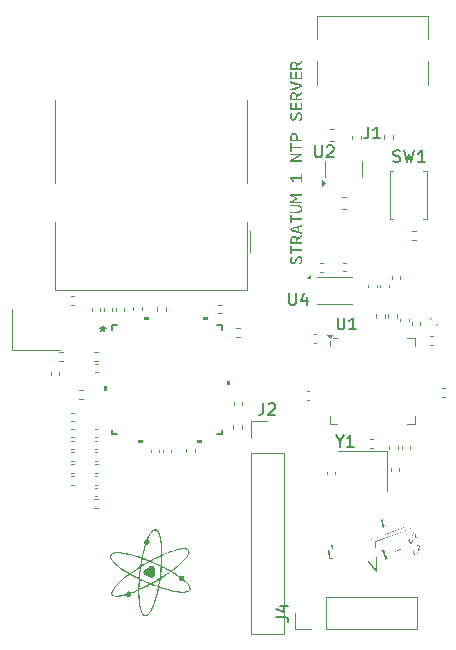
<source format=gbr>
%TF.GenerationSoftware,KiCad,Pcbnew,9.0.7*%
%TF.CreationDate,2026-01-11T23:40:51+05:30*%
%TF.ProjectId,ntp-devboard,6e74702d-6465-4766-926f-6172642e6b69,rev?*%
%TF.SameCoordinates,Original*%
%TF.FileFunction,Legend,Top*%
%TF.FilePolarity,Positive*%
%FSLAX46Y46*%
G04 Gerber Fmt 4.6, Leading zero omitted, Abs format (unit mm)*
G04 Created by KiCad (PCBNEW 9.0.7) date 2026-01-11 23:40:51*
%MOMM*%
%LPD*%
G01*
G04 APERTURE LIST*
%ADD10C,0.100000*%
%ADD11C,0.150000*%
%ADD12C,0.120000*%
%ADD13C,0.152400*%
%ADD14C,0.000000*%
G04 APERTURE END LIST*
D10*
G36*
X147301222Y-101730024D02*
G01*
X147206029Y-101641791D01*
X147255798Y-101577380D01*
X147293529Y-101503916D01*
X147317208Y-101425194D01*
X147324975Y-101346379D01*
X147319982Y-101281110D01*
X147306272Y-101229262D01*
X147285102Y-101188171D01*
X147254819Y-101155105D01*
X147219273Y-101135942D01*
X147176598Y-101129370D01*
X147148924Y-101132831D01*
X147124478Y-101142988D01*
X147102409Y-101160205D01*
X147074020Y-101194470D01*
X147047088Y-101240683D01*
X147000193Y-101350593D01*
X146951222Y-101471004D01*
X146922206Y-101529123D01*
X146889612Y-101580914D01*
X146850998Y-101626189D01*
X146806325Y-101661453D01*
X146772871Y-101678173D01*
X146734265Y-101688576D01*
X146689394Y-101692227D01*
X146645510Y-101688587D01*
X146606136Y-101678024D01*
X146570448Y-101660720D01*
X146522930Y-101624417D01*
X146483620Y-101578105D01*
X146453003Y-101524799D01*
X146431107Y-101466791D01*
X146417842Y-101406827D01*
X146413583Y-101350593D01*
X146417731Y-101287891D01*
X146430082Y-101227417D01*
X146450708Y-101168632D01*
X146479099Y-101113261D01*
X146514238Y-101063971D01*
X146556404Y-101020193D01*
X146641828Y-101112578D01*
X146592706Y-101171622D01*
X146563426Y-101225296D01*
X146546843Y-101283039D01*
X146541017Y-101350593D01*
X146545313Y-101396531D01*
X146558541Y-101443710D01*
X146580122Y-101487342D01*
X146608916Y-101522845D01*
X146632428Y-101540870D01*
X146658042Y-101551443D01*
X146686585Y-101555024D01*
X146715238Y-101551561D01*
X146740645Y-101541407D01*
X146763644Y-101524249D01*
X146793218Y-101489746D01*
X146821041Y-101443039D01*
X146870012Y-101332397D01*
X146920448Y-101212718D01*
X146949198Y-101155021D01*
X146981325Y-101102808D01*
X147019286Y-101056929D01*
X147063208Y-101021598D01*
X147096160Y-101004804D01*
X147133625Y-100994438D01*
X147176598Y-100990823D01*
X147237061Y-100996806D01*
X147289590Y-101014039D01*
X147335820Y-101042306D01*
X147376816Y-101082536D01*
X147408027Y-101129788D01*
X147431621Y-101187934D01*
X147446892Y-101259221D01*
X147452409Y-101346379D01*
X147447539Y-101420176D01*
X147433078Y-101490910D01*
X147408995Y-101559237D01*
X147376893Y-101624481D01*
X147340936Y-101681127D01*
X147301222Y-101730024D01*
G37*
G36*
X147430000Y-100567062D02*
G01*
X146559213Y-100567062D01*
X146559213Y-100862473D01*
X146435992Y-100862473D01*
X146435992Y-100134446D01*
X146559213Y-100134446D01*
X146559213Y-100429858D01*
X147430000Y-100429858D01*
X147430000Y-100567062D01*
G37*
G36*
X147430000Y-99402695D02*
G01*
X147035181Y-99664523D01*
X147035181Y-99836714D01*
X147430000Y-99836714D01*
X147430000Y-99973918D01*
X146435992Y-99973918D01*
X146435992Y-99619705D01*
X146559213Y-99619705D01*
X146559213Y-99836714D01*
X146912021Y-99836714D01*
X146912021Y-99619705D01*
X146905681Y-99555310D01*
X146888614Y-99507682D01*
X146862318Y-99472732D01*
X146826688Y-99446564D01*
X146785030Y-99430660D01*
X146735617Y-99425104D01*
X146679686Y-99430969D01*
X146637120Y-99447001D01*
X146604746Y-99472199D01*
X146580766Y-99507438D01*
X146565059Y-99555300D01*
X146559213Y-99619705D01*
X146435992Y-99619705D01*
X146441869Y-99533061D01*
X146457896Y-99464784D01*
X146482324Y-99411323D01*
X146514394Y-99369844D01*
X146555809Y-99336372D01*
X146605315Y-99311803D01*
X146664537Y-99296252D01*
X146735617Y-99290710D01*
X146810286Y-99297486D01*
X146872969Y-99316660D01*
X146926004Y-99347435D01*
X146959519Y-99378220D01*
X146987256Y-99416251D01*
X147009342Y-99462635D01*
X147025411Y-99518893D01*
X147416017Y-99252913D01*
X147430000Y-99252913D01*
X147430000Y-99402695D01*
G37*
G36*
X147430000Y-98523970D02*
G01*
X147308916Y-98551936D01*
X147191985Y-98578558D01*
X147191985Y-98948159D01*
X147308916Y-98974781D01*
X147430000Y-99002747D01*
X147430000Y-99144164D01*
X147120155Y-99069527D01*
X146862318Y-98997130D01*
X146697231Y-98943093D01*
X146555947Y-98889361D01*
X146435992Y-98836174D01*
X146435992Y-98763328D01*
X146571791Y-98763328D01*
X146679579Y-98803541D01*
X146801441Y-98843135D01*
X147068825Y-98917323D01*
X147068825Y-98609333D01*
X146801441Y-98683522D01*
X146679579Y-98723115D01*
X146571791Y-98763328D01*
X146435992Y-98763328D01*
X146435992Y-98690544D01*
X146556025Y-98636642D01*
X146697308Y-98582649D01*
X146862318Y-98528855D01*
X147120151Y-98456967D01*
X147430000Y-98382554D01*
X147430000Y-98523970D01*
G37*
G36*
X147430000Y-97964410D02*
G01*
X146559213Y-97964410D01*
X146559213Y-98259822D01*
X146435992Y-98259822D01*
X146435992Y-97531795D01*
X146559213Y-97531795D01*
X146559213Y-97827206D01*
X147430000Y-97827206D01*
X147430000Y-97964410D01*
G37*
G36*
X146435992Y-96811217D02*
G01*
X146435992Y-96671266D01*
X147042203Y-96671266D01*
X147119337Y-96675245D01*
X147183813Y-96686319D01*
X147237536Y-96703445D01*
X147288234Y-96728050D01*
X147329828Y-96756314D01*
X147363504Y-96788136D01*
X147403996Y-96843709D01*
X147430671Y-96903663D01*
X147446009Y-96966819D01*
X147451004Y-97028227D01*
X147446010Y-97089643D01*
X147430671Y-97152852D01*
X147403996Y-97212807D01*
X147363504Y-97268379D01*
X147329834Y-97300169D01*
X147288241Y-97328434D01*
X147237536Y-97353070D01*
X147183813Y-97370196D01*
X147119337Y-97381270D01*
X147042203Y-97385249D01*
X146435992Y-97385249D01*
X146435992Y-97245237D01*
X147042203Y-97245237D01*
X147106215Y-97241430D01*
X147157499Y-97231011D01*
X147198335Y-97215134D01*
X147235443Y-97192170D01*
X147264241Y-97165627D01*
X147285835Y-97135327D01*
X147306799Y-97083743D01*
X147313801Y-97028227D01*
X147306799Y-96972711D01*
X147285835Y-96921127D01*
X147264241Y-96890827D01*
X147235443Y-96864284D01*
X147198335Y-96841320D01*
X147157499Y-96825443D01*
X147106215Y-96815024D01*
X147042203Y-96811217D01*
X146435992Y-96811217D01*
G37*
G36*
X146435992Y-96548473D02*
G01*
X146435992Y-96393073D01*
X146552180Y-96330475D01*
X146672602Y-96270647D01*
X146795726Y-96214279D01*
X146923196Y-96160676D01*
X146795725Y-96107134D01*
X146672602Y-96050828D01*
X146552180Y-95990939D01*
X146435992Y-95928279D01*
X146435992Y-95772880D01*
X147430000Y-95772880D01*
X147430000Y-95910083D01*
X146661428Y-95910083D01*
X146859509Y-96010223D01*
X147066017Y-96103279D01*
X147066017Y-96218073D01*
X146859509Y-96311191D01*
X146661428Y-96411270D01*
X147430000Y-96411270D01*
X147430000Y-96548473D01*
X146435992Y-96548473D01*
G37*
G36*
X147430000Y-94732222D02*
G01*
X147306779Y-94732222D01*
X147306779Y-94474607D01*
X146658620Y-94474607D01*
X146698082Y-94538356D01*
X146729820Y-94608116D01*
X146753813Y-94684595D01*
X146626379Y-94741992D01*
X146600663Y-94659439D01*
X146557808Y-94574685D01*
X146521055Y-94521967D01*
X146480495Y-94478153D01*
X146435992Y-94442367D01*
X146435992Y-94334595D01*
X147306779Y-94334595D01*
X147306779Y-94097984D01*
X147430000Y-94097984D01*
X147430000Y-94732222D01*
G37*
G36*
X146435992Y-93046092D02*
G01*
X146435992Y-92876709D01*
X147191985Y-92472121D01*
X146435992Y-92472121D01*
X146435992Y-92334918D01*
X147430000Y-92334918D01*
X147430000Y-92498682D01*
X146671198Y-92908888D01*
X147430000Y-92908888D01*
X147430000Y-93046092D01*
X146435992Y-93046092D01*
G37*
G36*
X147430000Y-91891556D02*
G01*
X146559213Y-91891556D01*
X146559213Y-92186967D01*
X146435992Y-92186967D01*
X146435992Y-91458941D01*
X146559213Y-91458941D01*
X146559213Y-91754352D01*
X147430000Y-91754352D01*
X147430000Y-91891556D01*
G37*
G36*
X146820389Y-90596946D02*
G01*
X146880905Y-90612716D01*
X146932936Y-90637925D01*
X146977845Y-90672601D01*
X147013325Y-90715598D01*
X147039858Y-90769496D01*
X147056994Y-90836713D01*
X147063208Y-90920385D01*
X147063208Y-91165422D01*
X147430000Y-91165422D01*
X147430000Y-91302564D01*
X146435992Y-91302564D01*
X146435992Y-90920385D01*
X146559213Y-90920385D01*
X146559213Y-91165422D01*
X146939987Y-91165422D01*
X146939987Y-90920385D01*
X146933131Y-90856435D01*
X146914520Y-90808774D01*
X146885399Y-90773412D01*
X146846667Y-90747263D01*
X146801947Y-90731336D01*
X146749600Y-90725785D01*
X146693537Y-90731525D01*
X146648098Y-90747614D01*
X146610992Y-90773412D01*
X146583501Y-90808538D01*
X146565775Y-90856180D01*
X146559213Y-90920385D01*
X146435992Y-90920385D01*
X146442305Y-90834305D01*
X146459593Y-90766184D01*
X146486150Y-90712499D01*
X146521416Y-90670525D01*
X146566166Y-90636816D01*
X146618130Y-90612236D01*
X146678680Y-90596826D01*
X146749600Y-90591390D01*
X146820389Y-90596946D01*
G37*
G36*
X147301222Y-89584316D02*
G01*
X147206029Y-89496083D01*
X147255798Y-89431671D01*
X147293529Y-89358208D01*
X147317208Y-89279486D01*
X147324975Y-89200671D01*
X147319982Y-89135402D01*
X147306272Y-89083553D01*
X147285102Y-89042463D01*
X147254819Y-89009396D01*
X147219273Y-88990234D01*
X147176598Y-88983661D01*
X147148924Y-88987123D01*
X147124478Y-88997279D01*
X147102409Y-89014497D01*
X147074020Y-89048761D01*
X147047088Y-89094975D01*
X147000193Y-89204884D01*
X146951222Y-89325296D01*
X146922206Y-89383415D01*
X146889612Y-89435205D01*
X146850998Y-89480480D01*
X146806325Y-89515744D01*
X146772871Y-89532464D01*
X146734265Y-89542867D01*
X146689394Y-89546519D01*
X146645510Y-89542879D01*
X146606136Y-89532315D01*
X146570448Y-89515012D01*
X146522930Y-89478708D01*
X146483620Y-89432397D01*
X146453003Y-89379091D01*
X146431107Y-89321083D01*
X146417842Y-89261118D01*
X146413583Y-89204884D01*
X146417731Y-89142183D01*
X146430082Y-89081708D01*
X146450708Y-89022923D01*
X146479099Y-88967553D01*
X146514238Y-88918263D01*
X146556404Y-88874485D01*
X146641828Y-88966870D01*
X146592706Y-89025913D01*
X146563426Y-89079588D01*
X146546843Y-89137331D01*
X146541017Y-89204884D01*
X146545313Y-89250822D01*
X146558541Y-89298002D01*
X146580122Y-89341633D01*
X146608916Y-89377137D01*
X146632428Y-89395162D01*
X146658042Y-89405735D01*
X146686585Y-89409316D01*
X146715238Y-89405853D01*
X146740645Y-89395699D01*
X146763644Y-89378541D01*
X146793218Y-89344037D01*
X146821041Y-89297330D01*
X146870012Y-89186688D01*
X146920448Y-89067009D01*
X146949198Y-89009313D01*
X146981325Y-88957100D01*
X147019286Y-88911220D01*
X147063208Y-88875889D01*
X147096160Y-88859095D01*
X147133625Y-88848729D01*
X147176598Y-88845115D01*
X147237061Y-88851098D01*
X147289590Y-88868331D01*
X147335820Y-88896598D01*
X147376816Y-88936828D01*
X147408027Y-88984080D01*
X147431621Y-89042226D01*
X147446892Y-89113513D01*
X147452409Y-89200671D01*
X147447539Y-89274467D01*
X147433078Y-89345202D01*
X147408995Y-89413529D01*
X147376893Y-89478772D01*
X147340936Y-89535419D01*
X147301222Y-89584316D01*
G37*
G36*
X147430000Y-88660711D02*
G01*
X146435992Y-88660711D01*
X146435992Y-88034961D01*
X146559213Y-88034961D01*
X146559213Y-88522165D01*
X146850411Y-88522165D01*
X146850411Y-88068545D01*
X146973571Y-88068545D01*
X146973571Y-88522165D01*
X147306779Y-88522165D01*
X147306779Y-88023726D01*
X147430000Y-88023726D01*
X147430000Y-88660711D01*
G37*
G36*
X147430000Y-87256987D02*
G01*
X147035181Y-87518815D01*
X147035181Y-87691006D01*
X147430000Y-87691006D01*
X147430000Y-87828210D01*
X146435992Y-87828210D01*
X146435992Y-87473996D01*
X146559213Y-87473996D01*
X146559213Y-87691006D01*
X146912021Y-87691006D01*
X146912021Y-87473996D01*
X146905681Y-87409602D01*
X146888614Y-87361973D01*
X146862318Y-87327023D01*
X146826688Y-87300855D01*
X146785030Y-87284952D01*
X146735617Y-87279396D01*
X146679686Y-87285260D01*
X146637120Y-87301292D01*
X146604746Y-87326491D01*
X146580766Y-87361730D01*
X146565059Y-87409592D01*
X146559213Y-87473996D01*
X146435992Y-87473996D01*
X146441869Y-87387352D01*
X146457896Y-87319076D01*
X146482324Y-87265615D01*
X146514394Y-87224136D01*
X146555809Y-87190663D01*
X146605315Y-87166095D01*
X146664537Y-87150543D01*
X146735617Y-87145001D01*
X146810286Y-87151777D01*
X146872969Y-87170951D01*
X146926004Y-87201727D01*
X146959519Y-87232512D01*
X146987256Y-87270543D01*
X147009342Y-87316927D01*
X147025411Y-87373185D01*
X147416017Y-87107205D01*
X147430000Y-87107205D01*
X147430000Y-87256987D01*
G37*
G36*
X146435992Y-86998456D02*
G01*
X146435992Y-86857039D01*
X146692747Y-86797180D01*
X146913426Y-86740840D01*
X147121060Y-86679604D01*
X147294200Y-86617620D01*
X147121062Y-86555681D01*
X146913426Y-86494460D01*
X146692747Y-86438121D01*
X146435992Y-86378262D01*
X146435992Y-86236845D01*
X146745752Y-86311281D01*
X147003002Y-86383147D01*
X147167523Y-86436856D01*
X147309080Y-86490847D01*
X147430000Y-86544836D01*
X147430000Y-86690465D01*
X147309158Y-86743738D01*
X147167600Y-86797468D01*
X147003002Y-86851421D01*
X146745747Y-86923796D01*
X146435992Y-86998456D01*
G37*
G36*
X147430000Y-86058060D02*
G01*
X146435992Y-86058060D01*
X146435992Y-85432309D01*
X146559213Y-85432309D01*
X146559213Y-85919513D01*
X146850411Y-85919513D01*
X146850411Y-85465893D01*
X146973571Y-85465893D01*
X146973571Y-85919513D01*
X147306779Y-85919513D01*
X147306779Y-85421074D01*
X147430000Y-85421074D01*
X147430000Y-86058060D01*
G37*
G36*
X147430000Y-84654335D02*
G01*
X147035181Y-84916163D01*
X147035181Y-85088354D01*
X147430000Y-85088354D01*
X147430000Y-85225558D01*
X146435992Y-85225558D01*
X146435992Y-84871345D01*
X146559213Y-84871345D01*
X146559213Y-85088354D01*
X146912021Y-85088354D01*
X146912021Y-84871345D01*
X146905681Y-84806950D01*
X146888614Y-84759322D01*
X146862318Y-84724371D01*
X146826688Y-84698204D01*
X146785030Y-84682300D01*
X146735617Y-84676744D01*
X146679686Y-84682609D01*
X146637120Y-84698641D01*
X146604746Y-84723839D01*
X146580766Y-84759078D01*
X146565059Y-84806940D01*
X146559213Y-84871345D01*
X146435992Y-84871345D01*
X146441869Y-84784701D01*
X146457896Y-84716424D01*
X146482324Y-84662963D01*
X146514394Y-84621484D01*
X146555809Y-84588012D01*
X146605315Y-84563443D01*
X146664537Y-84547892D01*
X146735617Y-84542349D01*
X146810286Y-84549126D01*
X146872969Y-84568299D01*
X146926004Y-84599075D01*
X146959519Y-84629860D01*
X146987256Y-84667891D01*
X147009342Y-84714275D01*
X147025411Y-84770533D01*
X147416017Y-84504553D01*
X147430000Y-84504553D01*
X147430000Y-84654335D01*
G37*
D11*
X150623809Y-116678628D02*
X150623809Y-117154819D01*
X150290476Y-116154819D02*
X150623809Y-116678628D01*
X150623809Y-116678628D02*
X150957142Y-116154819D01*
X151814285Y-117154819D02*
X151242857Y-117154819D01*
X151528571Y-117154819D02*
X151528571Y-116154819D01*
X151528571Y-116154819D02*
X151433333Y-116297676D01*
X151433333Y-116297676D02*
X151338095Y-116392914D01*
X151338095Y-116392914D02*
X151242857Y-116440533D01*
X145264819Y-131583333D02*
X145979104Y-131583333D01*
X145979104Y-131583333D02*
X146121961Y-131630952D01*
X146121961Y-131630952D02*
X146217200Y-131726190D01*
X146217200Y-131726190D02*
X146264819Y-131869047D01*
X146264819Y-131869047D02*
X146264819Y-131964285D01*
X145598152Y-130678571D02*
X146264819Y-130678571D01*
X145217200Y-130916666D02*
X145931485Y-131154761D01*
X145931485Y-131154761D02*
X145931485Y-130535714D01*
X130564400Y-106954819D02*
X130564400Y-107192914D01*
X130326305Y-107097676D02*
X130564400Y-107192914D01*
X130564400Y-107192914D02*
X130802495Y-107097676D01*
X130421543Y-107383390D02*
X130564400Y-107192914D01*
X130564400Y-107192914D02*
X130707257Y-107383390D01*
X130564400Y-106954819D02*
X130564400Y-107192914D01*
X130326305Y-107097676D02*
X130564400Y-107192914D01*
X130564400Y-107192914D02*
X130802495Y-107097676D01*
X130421543Y-107383390D02*
X130564400Y-107192914D01*
X130564400Y-107192914D02*
X130707257Y-107383390D01*
X155166667Y-93007200D02*
X155309524Y-93054819D01*
X155309524Y-93054819D02*
X155547619Y-93054819D01*
X155547619Y-93054819D02*
X155642857Y-93007200D01*
X155642857Y-93007200D02*
X155690476Y-92959580D01*
X155690476Y-92959580D02*
X155738095Y-92864342D01*
X155738095Y-92864342D02*
X155738095Y-92769104D01*
X155738095Y-92769104D02*
X155690476Y-92673866D01*
X155690476Y-92673866D02*
X155642857Y-92626247D01*
X155642857Y-92626247D02*
X155547619Y-92578628D01*
X155547619Y-92578628D02*
X155357143Y-92531009D01*
X155357143Y-92531009D02*
X155261905Y-92483390D01*
X155261905Y-92483390D02*
X155214286Y-92435771D01*
X155214286Y-92435771D02*
X155166667Y-92340533D01*
X155166667Y-92340533D02*
X155166667Y-92245295D01*
X155166667Y-92245295D02*
X155214286Y-92150057D01*
X155214286Y-92150057D02*
X155261905Y-92102438D01*
X155261905Y-92102438D02*
X155357143Y-92054819D01*
X155357143Y-92054819D02*
X155595238Y-92054819D01*
X155595238Y-92054819D02*
X155738095Y-92102438D01*
X156071429Y-92054819D02*
X156309524Y-93054819D01*
X156309524Y-93054819D02*
X156500000Y-92340533D01*
X156500000Y-92340533D02*
X156690476Y-93054819D01*
X156690476Y-93054819D02*
X156928572Y-92054819D01*
X157833333Y-93054819D02*
X157261905Y-93054819D01*
X157547619Y-93054819D02*
X157547619Y-92054819D01*
X157547619Y-92054819D02*
X157452381Y-92197676D01*
X157452381Y-92197676D02*
X157357143Y-92292914D01*
X157357143Y-92292914D02*
X157261905Y-92340533D01*
X144166666Y-113454819D02*
X144166666Y-114169104D01*
X144166666Y-114169104D02*
X144119047Y-114311961D01*
X144119047Y-114311961D02*
X144023809Y-114407200D01*
X144023809Y-114407200D02*
X143880952Y-114454819D01*
X143880952Y-114454819D02*
X143785714Y-114454819D01*
X144595238Y-113550057D02*
X144642857Y-113502438D01*
X144642857Y-113502438D02*
X144738095Y-113454819D01*
X144738095Y-113454819D02*
X144976190Y-113454819D01*
X144976190Y-113454819D02*
X145071428Y-113502438D01*
X145071428Y-113502438D02*
X145119047Y-113550057D01*
X145119047Y-113550057D02*
X145166666Y-113645295D01*
X145166666Y-113645295D02*
X145166666Y-113740533D01*
X145166666Y-113740533D02*
X145119047Y-113883390D01*
X145119047Y-113883390D02*
X144547619Y-114454819D01*
X144547619Y-114454819D02*
X145166666Y-114454819D01*
X150438095Y-106224819D02*
X150438095Y-107034342D01*
X150438095Y-107034342D02*
X150485714Y-107129580D01*
X150485714Y-107129580D02*
X150533333Y-107177200D01*
X150533333Y-107177200D02*
X150628571Y-107224819D01*
X150628571Y-107224819D02*
X150819047Y-107224819D01*
X150819047Y-107224819D02*
X150914285Y-107177200D01*
X150914285Y-107177200D02*
X150961904Y-107129580D01*
X150961904Y-107129580D02*
X151009523Y-107034342D01*
X151009523Y-107034342D02*
X151009523Y-106224819D01*
X152009523Y-107224819D02*
X151438095Y-107224819D01*
X151723809Y-107224819D02*
X151723809Y-106224819D01*
X151723809Y-106224819D02*
X151628571Y-106367676D01*
X151628571Y-106367676D02*
X151533333Y-106462914D01*
X151533333Y-106462914D02*
X151438095Y-106510533D01*
X153041666Y-90054819D02*
X153041666Y-90769104D01*
X153041666Y-90769104D02*
X152994047Y-90911961D01*
X152994047Y-90911961D02*
X152898809Y-91007200D01*
X152898809Y-91007200D02*
X152755952Y-91054819D01*
X152755952Y-91054819D02*
X152660714Y-91054819D01*
X154041666Y-91054819D02*
X153470238Y-91054819D01*
X153755952Y-91054819D02*
X153755952Y-90054819D01*
X153755952Y-90054819D02*
X153660714Y-90197676D01*
X153660714Y-90197676D02*
X153565476Y-90292914D01*
X153565476Y-90292914D02*
X153470238Y-90340533D01*
X148538095Y-91654819D02*
X148538095Y-92464342D01*
X148538095Y-92464342D02*
X148585714Y-92559580D01*
X148585714Y-92559580D02*
X148633333Y-92607200D01*
X148633333Y-92607200D02*
X148728571Y-92654819D01*
X148728571Y-92654819D02*
X148919047Y-92654819D01*
X148919047Y-92654819D02*
X149014285Y-92607200D01*
X149014285Y-92607200D02*
X149061904Y-92559580D01*
X149061904Y-92559580D02*
X149109523Y-92464342D01*
X149109523Y-92464342D02*
X149109523Y-91654819D01*
X149538095Y-91750057D02*
X149585714Y-91702438D01*
X149585714Y-91702438D02*
X149680952Y-91654819D01*
X149680952Y-91654819D02*
X149919047Y-91654819D01*
X149919047Y-91654819D02*
X150014285Y-91702438D01*
X150014285Y-91702438D02*
X150061904Y-91750057D01*
X150061904Y-91750057D02*
X150109523Y-91845295D01*
X150109523Y-91845295D02*
X150109523Y-91940533D01*
X150109523Y-91940533D02*
X150061904Y-92083390D01*
X150061904Y-92083390D02*
X149490476Y-92654819D01*
X149490476Y-92654819D02*
X150109523Y-92654819D01*
X146338095Y-104154819D02*
X146338095Y-104964342D01*
X146338095Y-104964342D02*
X146385714Y-105059580D01*
X146385714Y-105059580D02*
X146433333Y-105107200D01*
X146433333Y-105107200D02*
X146528571Y-105154819D01*
X146528571Y-105154819D02*
X146719047Y-105154819D01*
X146719047Y-105154819D02*
X146814285Y-105107200D01*
X146814285Y-105107200D02*
X146861904Y-105059580D01*
X146861904Y-105059580D02*
X146909523Y-104964342D01*
X146909523Y-104964342D02*
X146909523Y-104154819D01*
X147814285Y-104488152D02*
X147814285Y-105154819D01*
X147576190Y-104107200D02*
X147338095Y-104821485D01*
X147338095Y-104821485D02*
X147957142Y-104821485D01*
D12*
%TO.C,C6*%
X154065000Y-103657836D02*
X154065000Y-103442164D01*
X154785000Y-103657836D02*
X154785000Y-103442164D01*
%TO.C,R10*%
X142163641Y-107120000D02*
X141856359Y-107120000D01*
X142163641Y-107880000D02*
X141856359Y-107880000D01*
%TO.C,C5*%
X156715000Y-106857836D02*
X156715000Y-106642164D01*
X157435000Y-106857836D02*
X157435000Y-106642164D01*
%TO.C,C13*%
X150105580Y-90270000D02*
X149824420Y-90270000D01*
X150105580Y-91290000D02*
X149824420Y-91290000D01*
%TO.C,C4*%
X148632836Y-107640000D02*
X148417164Y-107640000D01*
X148632836Y-108360000D02*
X148417164Y-108360000D01*
%TO.C,C2*%
X154815000Y-117122164D02*
X154815000Y-117337836D01*
X155535000Y-117122164D02*
X155535000Y-117337836D01*
%TO.C,Y1*%
X154585000Y-117520000D02*
X150465000Y-117520000D01*
X154585000Y-120940000D02*
X154585000Y-117520000D01*
%TO.C,R12*%
X141620000Y-115663641D02*
X141620000Y-115356359D01*
X142380000Y-115663641D02*
X142380000Y-115356359D01*
%TO.C,Y2*%
X122840000Y-108960000D02*
X126960000Y-108960000D01*
X122840000Y-105540000D02*
X122840000Y-108960000D01*
%TO.C,C33*%
X129912164Y-118640000D02*
X130127836Y-118640000D01*
X129912164Y-119360000D02*
X130127836Y-119360000D01*
%TO.C,C20*%
X130087836Y-120640000D02*
X129872164Y-120640000D01*
X130087836Y-121360000D02*
X129872164Y-121360000D01*
%TO.C,C1*%
X158244190Y-106346693D02*
X158396693Y-106194190D01*
X158753307Y-106855810D02*
X158905810Y-106703307D01*
%TO.C,R15*%
X135120000Y-105356359D02*
X135120000Y-105663641D01*
X135880000Y-105356359D02*
X135880000Y-105663641D01*
%TO.C,C7*%
X155025000Y-102917836D02*
X155025000Y-102702164D01*
X155745000Y-102917836D02*
X155745000Y-102702164D01*
%TO.C,R7*%
X148941359Y-101590000D02*
X149248641Y-101590000D01*
X148941359Y-102350000D02*
X149248641Y-102350000D01*
%TO.C,J4*%
X146810000Y-132630000D02*
X146810000Y-131250000D01*
X148190000Y-132630000D02*
X146810000Y-132630000D01*
X149460000Y-129870000D02*
X157190000Y-129870000D01*
X149460000Y-132630000D02*
X149460000Y-129870000D01*
X149460000Y-132630000D02*
X157190000Y-132630000D01*
X157190000Y-132630000D02*
X157190000Y-129870000D01*
%TO.C,C19*%
X126140000Y-111087836D02*
X126140000Y-110872164D01*
X126860000Y-111087836D02*
X126860000Y-110872164D01*
%TO.C,C15*%
X149515000Y-119292164D02*
X149515000Y-119507836D01*
X150235000Y-119292164D02*
X150235000Y-119507836D01*
%TO.C,C29*%
X128127836Y-114290000D02*
X127912164Y-114290000D01*
X128127836Y-115010000D02*
X127912164Y-115010000D01*
%TO.C,R8*%
X126846359Y-109120000D02*
X127153641Y-109120000D01*
X126846359Y-109880000D02*
X127153641Y-109880000D01*
%TO.C,R6*%
X156746359Y-98870000D02*
X157053641Y-98870000D01*
X156746359Y-99630000D02*
X157053641Y-99630000D01*
D13*
%TO.C,U3*%
X131377200Y-106877200D02*
X131377200Y-107290260D01*
X131377200Y-115709740D02*
X131377200Y-116122800D01*
X131377200Y-116122800D02*
X131790260Y-116122800D01*
X131790260Y-106877200D02*
X131377200Y-106877200D01*
X140209740Y-116122800D02*
X140622800Y-116122800D01*
X140622800Y-106877200D02*
X140209740Y-106877200D01*
X140622800Y-107290260D02*
X140622800Y-106877200D01*
X140622800Y-116122800D02*
X140622800Y-115709740D01*
D14*
G36*
X130945400Y-112440501D02*
G01*
X130691400Y-112440501D01*
X130691400Y-112059501D01*
X130945400Y-112059501D01*
X130945400Y-112440501D01*
G37*
G36*
X133940499Y-116808600D02*
G01*
X133559499Y-116808600D01*
X133559499Y-116554600D01*
X133940499Y-116554600D01*
X133940499Y-116808600D01*
G37*
G36*
X134440501Y-106445400D02*
G01*
X134059501Y-106445400D01*
X134059501Y-106191400D01*
X134440501Y-106191400D01*
X134440501Y-106445400D01*
G37*
G36*
X138940500Y-116808600D02*
G01*
X138559500Y-116808600D01*
X138559500Y-116554600D01*
X138940500Y-116554600D01*
X138940500Y-116808600D01*
G37*
G36*
X139440501Y-106445400D02*
G01*
X139059501Y-106445400D01*
X139059501Y-106191400D01*
X139440501Y-106191400D01*
X139440501Y-106445400D01*
G37*
G36*
X141308600Y-111940500D02*
G01*
X141054600Y-111940500D01*
X141054600Y-111559499D01*
X141308600Y-111559499D01*
X141308600Y-111940500D01*
G37*
D12*
%TO.C,C11*%
X155740000Y-106527836D02*
X155740000Y-106312164D01*
X156460000Y-106527836D02*
X156460000Y-106312164D01*
%TO.C,C37*%
X141640000Y-113392164D02*
X141640000Y-113607836D01*
X142360000Y-113392164D02*
X142360000Y-113607836D01*
%TO.C,C10*%
X155855000Y-117132164D02*
X155855000Y-117347836D01*
X156575000Y-117132164D02*
X156575000Y-117347836D01*
%TO.C,C36*%
X133140000Y-105587836D02*
X133140000Y-105372164D01*
X133860000Y-105587836D02*
X133860000Y-105372164D01*
%TO.C,SW1*%
X154855000Y-93780000D02*
X155155000Y-93780000D01*
X154855000Y-97920000D02*
X154855000Y-93780000D01*
X155155000Y-97920000D02*
X154855000Y-97920000D01*
X157695000Y-93780000D02*
X157995000Y-93780000D01*
X157995000Y-93780000D02*
X157995000Y-97920000D01*
X157995000Y-97920000D02*
X157695000Y-97920000D01*
%TO.C,C38*%
X137640000Y-117372164D02*
X137640000Y-117587836D01*
X138360000Y-117372164D02*
X138360000Y-117587836D01*
%TO.C,R5*%
X153468641Y-116530000D02*
X153161359Y-116530000D01*
X153468641Y-117290000D02*
X153161359Y-117290000D01*
%TO.C,C23*%
X134640000Y-117412164D02*
X134640000Y-117627836D01*
X135360000Y-117412164D02*
X135360000Y-117627836D01*
%TO.C,C35*%
X131640000Y-105627836D02*
X131640000Y-105412164D01*
X132360000Y-105627836D02*
X132360000Y-105412164D01*
%TO.C,C14*%
X151115580Y-96040000D02*
X150834420Y-96040000D01*
X151115580Y-97060000D02*
X150834420Y-97060000D01*
%TO.C,R13*%
X128893641Y-112370000D02*
X128586359Y-112370000D01*
X128893641Y-113130000D02*
X128586359Y-113130000D01*
%TO.C,J2*%
X143120000Y-115000000D02*
X144500000Y-115000000D01*
X143120000Y-116380000D02*
X143120000Y-115000000D01*
X143120000Y-117650000D02*
X143120000Y-133000000D01*
X143120000Y-117650000D02*
X145880000Y-117650000D01*
X143120000Y-133000000D02*
X145880000Y-133000000D01*
X145880000Y-117650000D02*
X145880000Y-133000000D01*
%TO.C,R9*%
X140346359Y-105120000D02*
X140653641Y-105120000D01*
X140346359Y-105880000D02*
X140653641Y-105880000D01*
%TO.C,C27*%
X128127836Y-116640000D02*
X127912164Y-116640000D01*
X128127836Y-117360000D02*
X127912164Y-117360000D01*
%TO.C,R2*%
X154385000Y-90766359D02*
X154385000Y-91073641D01*
X155145000Y-90766359D02*
X155145000Y-91073641D01*
D14*
%TO.C,G\u002A\u002A\u002A*%
G36*
X154534891Y-123806010D02*
G01*
X154513509Y-123851863D01*
X154467656Y-123830482D01*
X154489037Y-123784628D01*
X154534891Y-123806010D01*
G37*
G36*
X156821352Y-124648913D02*
G01*
X156799970Y-124694765D01*
X156754118Y-124673384D01*
X156775499Y-124627531D01*
X156821352Y-124648913D01*
G37*
G36*
X156906878Y-124465501D02*
G01*
X156885496Y-124511354D01*
X156839644Y-124489972D01*
X156861025Y-124444119D01*
X156906878Y-124465501D01*
G37*
G36*
X157225252Y-126177010D02*
G01*
X157203870Y-126222863D01*
X157158017Y-126201482D01*
X157179399Y-126155628D01*
X157225252Y-126177010D01*
G37*
G36*
X157100877Y-125905024D02*
G01*
X157137965Y-125981887D01*
X157133505Y-125994670D01*
X157090175Y-125999989D01*
X157072368Y-125966162D01*
X157076825Y-125901866D01*
X157100877Y-125905024D01*
G37*
G36*
X149993031Y-125437564D02*
G01*
X150020409Y-125516799D01*
X150023981Y-125682733D01*
X150021023Y-125725596D01*
X149998546Y-125990093D01*
X149949617Y-125746959D01*
X149918903Y-125530002D01*
X149941244Y-125435360D01*
X149993031Y-125437564D01*
G37*
G36*
X151370695Y-125575653D02*
G01*
X151199277Y-125642840D01*
X151171643Y-125652961D01*
X150985677Y-125716748D01*
X150900127Y-125737602D01*
X150930745Y-125711906D01*
X150943262Y-125705376D01*
X151174970Y-125608440D01*
X151380285Y-125546313D01*
X151435828Y-125541025D01*
X151370695Y-125575653D01*
G37*
G36*
X151468580Y-125844591D02*
G01*
X151297163Y-125911778D01*
X151269528Y-125921897D01*
X151083562Y-125985687D01*
X150998012Y-126006540D01*
X151028630Y-125980844D01*
X151041147Y-125974313D01*
X151272855Y-125877378D01*
X151478170Y-125815250D01*
X151533714Y-125809963D01*
X151468580Y-125844591D01*
G37*
G36*
X155747601Y-125886120D02*
G01*
X155576183Y-125953306D01*
X155548549Y-125963427D01*
X155362583Y-126027215D01*
X155277033Y-126048068D01*
X155307651Y-126022372D01*
X155320167Y-126015842D01*
X155551876Y-125918906D01*
X155757191Y-125856778D01*
X155812734Y-125851492D01*
X155747601Y-125886120D01*
G37*
G36*
X156895203Y-126022325D02*
G01*
X156915312Y-126107155D01*
X156976333Y-126247496D01*
X157045082Y-126287285D01*
X157108623Y-126320745D01*
X157087895Y-126340049D01*
X156967074Y-126343947D01*
X156954296Y-126339082D01*
X156872399Y-126243507D01*
X156834005Y-126102245D01*
X156853569Y-126012116D01*
X156895203Y-126022325D01*
G37*
G36*
X157269078Y-125329453D02*
G01*
X157100810Y-125396159D01*
X156993531Y-125435766D01*
X156784740Y-125508514D01*
X156677803Y-125539167D01*
X156685722Y-125524482D01*
X156733619Y-125500618D01*
X156983738Y-125397719D01*
X157236766Y-125314481D01*
X157271655Y-125305292D01*
X157330758Y-125296943D01*
X157269078Y-125329453D01*
G37*
G36*
X157077186Y-124531625D02*
G01*
X157077419Y-124532183D01*
X157088265Y-124668491D01*
X157066434Y-124717016D01*
X157057839Y-124788881D01*
X157121019Y-124814688D01*
X157171160Y-124845695D01*
X157086262Y-124893756D01*
X157071955Y-124899170D01*
X156957277Y-124930429D01*
X156944889Y-124876552D01*
X156970306Y-124804085D01*
X157019105Y-124629467D01*
X157030355Y-124534771D01*
X157039737Y-124464604D01*
X157077186Y-124531625D01*
G37*
G36*
X154254236Y-123260960D02*
G01*
X154320077Y-123398769D01*
X154313459Y-123480389D01*
X154300977Y-123588468D01*
X154336216Y-123763393D01*
X154345463Y-123792116D01*
X154398640Y-123951567D01*
X154424141Y-124033470D01*
X154424549Y-124036300D01*
X154368172Y-124012617D01*
X154320275Y-123990632D01*
X154231499Y-123874035D01*
X154204250Y-123728297D01*
X154173370Y-123571927D01*
X154121865Y-123537563D01*
X154094399Y-123504639D01*
X154121720Y-123417965D01*
X154166969Y-123267239D01*
X154166780Y-123192177D01*
X154184293Y-123179450D01*
X154254236Y-123260960D01*
G37*
G36*
X157325509Y-125475933D02*
G01*
X157386793Y-125582136D01*
X157388267Y-125708233D01*
X157366269Y-125750003D01*
X157357674Y-125821868D01*
X157420854Y-125847675D01*
X157470996Y-125878681D01*
X157386098Y-125926743D01*
X157371790Y-125932156D01*
X157257271Y-125964739D01*
X157245091Y-125913781D01*
X157276988Y-125828585D01*
X157318269Y-125661994D01*
X157297396Y-125557408D01*
X157225254Y-125547461D01*
X157191177Y-125571265D01*
X157123482Y-125601225D01*
X157118293Y-125567869D01*
X157192829Y-125471497D01*
X157232063Y-125451190D01*
X157325509Y-125475933D01*
G37*
G36*
X154354356Y-125887217D02*
G01*
X154418958Y-126007827D01*
X154496885Y-126211946D01*
X154606010Y-126466432D01*
X154701315Y-126597542D01*
X154738059Y-126613071D01*
X154744755Y-126635263D01*
X154640906Y-126686176D01*
X154599125Y-126702044D01*
X154465006Y-126741864D01*
X154426316Y-126733626D01*
X154435505Y-126723192D01*
X154457138Y-126614201D01*
X154411746Y-126404086D01*
X154376691Y-126300108D01*
X154274498Y-126068521D01*
X154181057Y-125949658D01*
X154149792Y-125938203D01*
X154128313Y-125915181D01*
X154202751Y-125874510D01*
X154290056Y-125851690D01*
X154354356Y-125887217D01*
G37*
G36*
X156114777Y-123986931D02*
G01*
X155958087Y-124047409D01*
X155692141Y-124146937D01*
X155323262Y-124283097D01*
X154857772Y-124453471D01*
X154646309Y-124530524D01*
X154143661Y-124712936D01*
X153734459Y-124860340D01*
X153425099Y-124970524D01*
X153221981Y-125041277D01*
X153131502Y-125070389D01*
X153160060Y-125055645D01*
X153314055Y-124994834D01*
X153412025Y-124957186D01*
X153929317Y-124762341D01*
X154520878Y-124544352D01*
X155125300Y-124325568D01*
X155681178Y-124128342D01*
X155866079Y-124063984D01*
X156075095Y-123992800D01*
X156155888Y-123967922D01*
X156114777Y-123986931D01*
G37*
G36*
X149731490Y-125896940D02*
G01*
X149801826Y-126026599D01*
X149806649Y-126098008D01*
X149792267Y-126196939D01*
X149802762Y-126371634D01*
X149805796Y-126395280D01*
X149835871Y-126553749D01*
X149878069Y-126594621D01*
X149935651Y-126558277D01*
X150008104Y-126522152D01*
X150015038Y-126556021D01*
X149937933Y-126652916D01*
X149812294Y-126682739D01*
X149755697Y-126660382D01*
X149711951Y-126564169D01*
X149683512Y-126392330D01*
X149682768Y-126382361D01*
X149652235Y-126212802D01*
X149599119Y-126173543D01*
X149571653Y-126140619D01*
X149598974Y-126053945D01*
X149644221Y-125903219D01*
X149644035Y-125828157D01*
X149661547Y-125815430D01*
X149731490Y-125896940D01*
G37*
G36*
X156754639Y-124917096D02*
G01*
X156779290Y-124972593D01*
X156798728Y-125157058D01*
X156721609Y-125311138D01*
X156646122Y-125359891D01*
X156554789Y-125329603D01*
X156509775Y-125257235D01*
X156458464Y-125123389D01*
X156444412Y-125090672D01*
X156443758Y-125089149D01*
X156448596Y-125089149D01*
X156494449Y-125110530D01*
X156515830Y-125064678D01*
X156469978Y-125043296D01*
X156448596Y-125089149D01*
X156443758Y-125089149D01*
X156438048Y-125075856D01*
X156462612Y-124995821D01*
X156487109Y-124971932D01*
X156545792Y-124973538D01*
X156578521Y-125104351D01*
X156579680Y-125115104D01*
X156618836Y-125246311D01*
X156676807Y-125260288D01*
X156725160Y-125174878D01*
X156736207Y-125016893D01*
X156732101Y-124900899D01*
X156754639Y-124917096D01*
G37*
G36*
X155443278Y-124560329D02*
G01*
X153690331Y-125219958D01*
X153735543Y-126287261D01*
X153753078Y-126680373D01*
X153770624Y-127037151D01*
X153786512Y-127326172D01*
X153799080Y-127516008D01*
X153802753Y-127556664D01*
X153806590Y-127742308D01*
X153760977Y-127801122D01*
X153661508Y-127732564D01*
X153503777Y-127536088D01*
X153490884Y-127518152D01*
X153336136Y-127307481D01*
X153198865Y-127130283D01*
X153131834Y-127050752D01*
X153052588Y-126911265D01*
X153044189Y-126823394D01*
X153092953Y-126809592D01*
X153205598Y-126919943D01*
X153334524Y-127088469D01*
X153481248Y-127283053D01*
X153599604Y-127422341D01*
X153659516Y-127473509D01*
X153675558Y-127410154D01*
X153683398Y-127227367D01*
X153682957Y-126948584D01*
X153674159Y-126597243D01*
X153663321Y-126327942D01*
X153610041Y-125170534D01*
X155403132Y-124535618D01*
X157196225Y-123900701D01*
X155443278Y-124560329D01*
G37*
D12*
%TO.C,C18*%
X127912164Y-104440000D02*
X128127836Y-104440000D01*
X127912164Y-105160000D02*
X128127836Y-105160000D01*
%TO.C,R3*%
X153670000Y-105936359D02*
X153670000Y-106243641D01*
X154430000Y-105936359D02*
X154430000Y-106243641D01*
%TO.C,U1*%
X149765000Y-108640000D02*
X149765000Y-108230000D01*
X149765000Y-115210000D02*
X149765000Y-114560000D01*
X150415000Y-107990000D02*
X150065000Y-107990000D01*
X150415000Y-115210000D02*
X149765000Y-115210000D01*
X156335000Y-107990000D02*
X156985000Y-107990000D01*
X156335000Y-115210000D02*
X156985000Y-115210000D01*
X156985000Y-107990000D02*
X156985000Y-108640000D01*
X156985000Y-115210000D02*
X156985000Y-114560000D01*
X149765000Y-107990000D02*
X149525000Y-107660000D01*
X150005000Y-107660000D01*
X149765000Y-107990000D01*
G36*
X149765000Y-107990000D02*
G01*
X149525000Y-107660000D01*
X150005000Y-107660000D01*
X149765000Y-107990000D01*
G37*
%TO.C,J1*%
X148675000Y-82600000D02*
X148675000Y-80700000D01*
X148675000Y-86500000D02*
X148675000Y-84500000D01*
X158075000Y-80700000D02*
X148675000Y-80700000D01*
X158075000Y-82600000D02*
X158075000Y-80700000D01*
X158075000Y-86500000D02*
X158075000Y-84500000D01*
%TO.C,C16*%
X154940000Y-119207836D02*
X154940000Y-118992164D01*
X155660000Y-119207836D02*
X155660000Y-118992164D01*
%TO.C,C9*%
X159287164Y-112220000D02*
X159502836Y-112220000D01*
X159287164Y-112940000D02*
X159502836Y-112940000D01*
%TO.C,C32*%
X129872164Y-117640000D02*
X130087836Y-117640000D01*
X129872164Y-118360000D02*
X130087836Y-118360000D01*
%TO.C,C40*%
X130640000Y-105627836D02*
X130640000Y-105412164D01*
X131360000Y-105627836D02*
X131360000Y-105412164D01*
%TO.C,R1*%
X151645000Y-90836359D02*
X151645000Y-91143641D01*
X152405000Y-90836359D02*
X152405000Y-91143641D01*
%TO.C,C31*%
X129872164Y-116640000D02*
X130087836Y-116640000D01*
X129872164Y-117360000D02*
X130087836Y-117360000D01*
%TO.C,C12*%
X153040000Y-103652836D02*
X153040000Y-103437164D01*
X153760000Y-103652836D02*
X153760000Y-103437164D01*
%TO.C,C30*%
X129872164Y-115640000D02*
X130087836Y-115640000D01*
X129872164Y-116360000D02*
X130087836Y-116360000D01*
%TO.C,C8*%
X158297164Y-107815000D02*
X158512836Y-107815000D01*
X158297164Y-108535000D02*
X158512836Y-108535000D01*
D14*
%TO.C,G\u002A\u002A\u002A*%
G36*
X134778357Y-127239421D02*
G01*
X134869352Y-127272665D01*
X134937480Y-127326943D01*
X134981926Y-127389790D01*
X135015841Y-127478367D01*
X135016646Y-127571873D01*
X134984276Y-127674104D01*
X134976854Y-127689817D01*
X134954097Y-127746919D01*
X134951778Y-127793727D01*
X134965059Y-127839460D01*
X134980515Y-127926617D01*
X134965727Y-128015811D01*
X134924950Y-128099826D01*
X134862447Y-128171444D01*
X134782476Y-128223445D01*
X134727337Y-128242357D01*
X134644126Y-128247598D01*
X134556112Y-128229983D01*
X134474637Y-128193810D01*
X134411043Y-128143379D01*
X134389608Y-128114354D01*
X134358704Y-128091843D01*
X134303471Y-128079345D01*
X134293209Y-128078552D01*
X134190766Y-128060481D01*
X134111433Y-128018291D01*
X134070375Y-127977538D01*
X134015593Y-127885266D01*
X133995545Y-127787382D01*
X134010387Y-127687253D01*
X134052809Y-127599379D01*
X134121777Y-127524051D01*
X134211447Y-127477370D01*
X134302855Y-127461076D01*
X134391315Y-127456411D01*
X134440242Y-127381756D01*
X134512578Y-127299425D01*
X134599463Y-127248396D01*
X134697387Y-127230145D01*
X134778357Y-127239421D01*
G37*
G36*
X135118430Y-124158668D02*
G01*
X135147016Y-124175180D01*
X135225068Y-124244259D01*
X135298031Y-124346642D01*
X135364993Y-124480148D01*
X135425025Y-124642605D01*
X135477213Y-124831832D01*
X135520638Y-125045654D01*
X135524666Y-125069533D01*
X135540642Y-125180827D01*
X135556605Y-125318544D01*
X135571798Y-125473387D01*
X135585462Y-125636061D01*
X135596836Y-125797272D01*
X135605163Y-125947725D01*
X135609682Y-126078123D01*
X135610223Y-126117177D01*
X135611228Y-126264867D01*
X135690443Y-126232379D01*
X135966658Y-126121759D01*
X136215646Y-126027820D01*
X136441093Y-125949333D01*
X136646682Y-125885070D01*
X136836100Y-125833805D01*
X136993465Y-125798237D01*
X137205675Y-125762326D01*
X137390994Y-125746190D01*
X137548908Y-125749444D01*
X137678896Y-125771702D01*
X137780441Y-125812578D01*
X137853028Y-125871688D01*
X137896139Y-125948646D01*
X137909256Y-126043065D01*
X137891862Y-126154562D01*
X137843441Y-126282750D01*
X137786572Y-126389405D01*
X137688595Y-126535073D01*
X137559657Y-126693946D01*
X137401323Y-126864454D01*
X137215160Y-127045028D01*
X137002732Y-127234098D01*
X136765606Y-127430096D01*
X136684709Y-127494065D01*
X136605693Y-127556404D01*
X136537279Y-127611328D01*
X136484136Y-127655013D01*
X136450927Y-127683636D01*
X136441863Y-127693051D01*
X136455110Y-127705968D01*
X136493481Y-127733181D01*
X136551302Y-127770883D01*
X136622897Y-127815265D01*
X136633835Y-127821878D01*
X136725004Y-127878071D01*
X136820709Y-127939118D01*
X136908309Y-127996854D01*
X136964014Y-128035143D01*
X137027757Y-128079697D01*
X137070299Y-128106063D01*
X137099505Y-128116828D01*
X137123243Y-128114575D01*
X137149374Y-128101886D01*
X137155864Y-128098160D01*
X137199941Y-128079808D01*
X137248300Y-128078362D01*
X137307264Y-128090824D01*
X137366636Y-128109933D01*
X137404170Y-128133509D01*
X137433390Y-128171057D01*
X137441988Y-128185479D01*
X137473240Y-128267703D01*
X137476165Y-128334704D01*
X137470348Y-128414658D01*
X137580959Y-128515904D01*
X137665674Y-128598625D01*
X137751499Y-128691433D01*
X137830907Y-128785509D01*
X137896367Y-128872029D01*
X137932330Y-128927603D01*
X137981949Y-129038479D01*
X138003223Y-129146604D01*
X137995989Y-129246410D01*
X137960086Y-129332324D01*
X137944732Y-129353307D01*
X137878799Y-129410471D01*
X137785842Y-129457775D01*
X137679425Y-129489840D01*
X137513187Y-129513484D01*
X137316736Y-129519011D01*
X137090632Y-129506444D01*
X136835436Y-129475812D01*
X136626718Y-129441259D01*
X136517106Y-129419002D01*
X136381314Y-129387916D01*
X136227185Y-129350064D01*
X136062563Y-129307509D01*
X135895290Y-129262316D01*
X135733210Y-129216550D01*
X135584166Y-129172273D01*
X135480705Y-129139675D01*
X135323227Y-129088391D01*
X135288605Y-129250584D01*
X135218680Y-129554984D01*
X135141345Y-129849347D01*
X135058024Y-130129462D01*
X134970134Y-130391121D01*
X134879104Y-130630117D01*
X134786352Y-130842237D01*
X134693302Y-131023276D01*
X134684262Y-131039116D01*
X134591962Y-131183410D01*
X134496934Y-131302172D01*
X134401512Y-131393368D01*
X134308028Y-131454962D01*
X134218816Y-131484916D01*
X134170856Y-131487061D01*
X134078068Y-131462615D01*
X133991741Y-131404147D01*
X133912265Y-131312835D01*
X133882493Y-131262156D01*
X133840027Y-131189863D01*
X133775413Y-131036409D01*
X133718811Y-130853657D01*
X133670609Y-130642784D01*
X133631196Y-130404973D01*
X133600955Y-130141405D01*
X133580278Y-129853261D01*
X133572443Y-129663247D01*
X133567158Y-129534997D01*
X133560158Y-129441583D01*
X133551473Y-129383278D01*
X133541133Y-129360351D01*
X133539615Y-129359981D01*
X133512060Y-129366621D01*
X133463172Y-129384667D01*
X133407312Y-129408545D01*
X133338189Y-129438436D01*
X133251517Y-129473881D01*
X133163363Y-129508348D01*
X133142164Y-129516349D01*
X133001774Y-129568859D01*
X132985674Y-129574881D01*
X132962585Y-129670540D01*
X132942878Y-129731490D01*
X132917850Y-129782266D01*
X132903335Y-129801230D01*
X132832969Y-129846944D01*
X132751552Y-129865124D01*
X132668922Y-129856233D01*
X132594913Y-129820736D01*
X132557112Y-129784884D01*
X132513831Y-129731597D01*
X132368038Y-129769965D01*
X132164557Y-129816793D01*
X131975346Y-129846969D01*
X131803383Y-129860529D01*
X131651642Y-129857510D01*
X131523100Y-129837948D01*
X131420732Y-129801881D01*
X131355736Y-129757535D01*
X131312166Y-129698231D01*
X131300864Y-129682848D01*
X131277208Y-129592580D01*
X131280150Y-129548541D01*
X131373552Y-129548541D01*
X131375736Y-129596197D01*
X131392834Y-129639675D01*
X131397897Y-129648734D01*
X131426536Y-129688588D01*
X131464086Y-129715850D01*
X131522787Y-129738933D01*
X131534601Y-129742689D01*
X131621749Y-129762437D01*
X131721592Y-129770145D01*
X131838419Y-129765491D01*
X131976518Y-129748153D01*
X132140178Y-129717806D01*
X132281390Y-129686523D01*
X132369700Y-129665658D01*
X132429425Y-129650129D01*
X132466787Y-129637255D01*
X132488014Y-129624346D01*
X132499329Y-129608718D01*
X132506401Y-129589432D01*
X132548764Y-129505153D01*
X132610673Y-129444158D01*
X132685576Y-129409047D01*
X132766923Y-129402425D01*
X132848159Y-129426892D01*
X132874989Y-129443031D01*
X132924763Y-129467705D01*
X132968143Y-129473015D01*
X132972558Y-129471987D01*
X133028953Y-129452996D01*
X133105078Y-129424439D01*
X133192559Y-129389788D01*
X133283022Y-129352516D01*
X133368097Y-129316095D01*
X133392473Y-129305123D01*
X133664256Y-129305123D01*
X133670405Y-129535872D01*
X133684870Y-129881932D01*
X133708926Y-130193810D01*
X133742603Y-130471745D01*
X133785935Y-130715981D01*
X133838954Y-130926752D01*
X133867034Y-131013768D01*
X133912114Y-131130947D01*
X133956510Y-131219423D01*
X134004166Y-131285916D01*
X134054989Y-131334015D01*
X134130768Y-131375620D01*
X134209209Y-131382789D01*
X134291001Y-131355297D01*
X134376832Y-131292922D01*
X134461916Y-131202158D01*
X134541188Y-131091124D01*
X134624345Y-130946899D01*
X134710306Y-130771670D01*
X134797987Y-130567624D01*
X134875383Y-130366853D01*
X134898497Y-130299020D01*
X134927672Y-130205739D01*
X134961366Y-130092668D01*
X134998038Y-129965466D01*
X135036143Y-129829786D01*
X135074141Y-129691290D01*
X135110488Y-129555633D01*
X135143644Y-129428474D01*
X135172063Y-129315470D01*
X135194205Y-129222280D01*
X135208528Y-129154560D01*
X135212509Y-129130248D01*
X135222110Y-129055654D01*
X135222536Y-129052341D01*
X135037490Y-128983801D01*
X135346563Y-128983801D01*
X135456676Y-129025488D01*
X135528258Y-129049980D01*
X135628523Y-129080616D01*
X135751277Y-129115807D01*
X135890327Y-129153962D01*
X136039479Y-129193490D01*
X136192538Y-129232800D01*
X136343310Y-129270303D01*
X136485603Y-129304408D01*
X136613222Y-129333524D01*
X136719974Y-129356062D01*
X136799664Y-129370430D01*
X136800434Y-129370546D01*
X137046250Y-129402667D01*
X137260188Y-129419742D01*
X137442800Y-129421714D01*
X137594640Y-129408519D01*
X137716258Y-129380098D01*
X137808209Y-129336391D01*
X137871043Y-129277337D01*
X137886972Y-129251683D01*
X137907380Y-129174479D01*
X137894705Y-129083936D01*
X137848976Y-128980108D01*
X137770228Y-128863053D01*
X137658490Y-128732826D01*
X137513796Y-128589485D01*
X137498824Y-128575635D01*
X137448179Y-128531007D01*
X137414536Y-128508197D01*
X137390066Y-128503342D01*
X137368840Y-128511460D01*
X137290781Y-128539112D01*
X137211397Y-128538042D01*
X137137286Y-128512457D01*
X137075043Y-128466564D01*
X137031269Y-128404567D01*
X137012561Y-128330673D01*
X137015407Y-128286141D01*
X137020853Y-128237769D01*
X137018997Y-128204329D01*
X137017472Y-128200406D01*
X136996687Y-128181141D01*
X136948959Y-128146031D01*
X136878015Y-128097556D01*
X136787581Y-128038197D01*
X136681380Y-127970432D01*
X136563139Y-127896739D01*
X136537149Y-127880757D01*
X136340408Y-127760046D01*
X136207071Y-127850618D01*
X136134740Y-127899849D01*
X136046051Y-127960361D01*
X135954094Y-128023214D01*
X135896393Y-128062720D01*
X135810403Y-128120391D01*
X135719051Y-128179600D01*
X135635128Y-128232149D01*
X135587548Y-128260643D01*
X135456043Y-128337036D01*
X135401304Y-128660418D01*
X135346563Y-128983801D01*
X135037490Y-128983801D01*
X134916287Y-128938908D01*
X134641140Y-128836997D01*
X134610037Y-128825477D01*
X134491527Y-128893171D01*
X134433603Y-128925254D01*
X134361199Y-128963441D01*
X134270919Y-129009434D01*
X134159361Y-129064941D01*
X134023131Y-129131663D01*
X133858825Y-129211303D01*
X133809467Y-129235118D01*
X133664256Y-129305123D01*
X133392473Y-129305123D01*
X133439409Y-129283997D01*
X133488586Y-129259694D01*
X133499104Y-129253620D01*
X133566268Y-129211530D01*
X133568835Y-129110752D01*
X133667759Y-129110752D01*
X133668087Y-129160768D01*
X133670625Y-129182698D01*
X133671409Y-129183162D01*
X133698149Y-129172592D01*
X133750513Y-129148902D01*
X133822266Y-129115138D01*
X133907173Y-129074347D01*
X133999001Y-129029574D01*
X134091516Y-128983864D01*
X134178482Y-128940265D01*
X134253666Y-128901821D01*
X134310834Y-128871580D01*
X134323725Y-128864458D01*
X134484305Y-128774316D01*
X134458903Y-128763132D01*
X134769078Y-128763132D01*
X134783122Y-128774661D01*
X134823919Y-128794118D01*
X134884097Y-128818871D01*
X134956282Y-128846291D01*
X135033102Y-128873746D01*
X135107181Y-128898603D01*
X135171146Y-128918232D01*
X135217623Y-128930002D01*
X135239239Y-128931281D01*
X135239543Y-128931015D01*
X135247845Y-128908380D01*
X135260409Y-128857475D01*
X135275685Y-128785278D01*
X135292120Y-128698767D01*
X135296270Y-128675494D01*
X135338420Y-128435883D01*
X135055304Y-128593707D01*
X134964800Y-128644678D01*
X134885924Y-128690086D01*
X134823679Y-128726973D01*
X134783063Y-128752380D01*
X134769078Y-128763132D01*
X134458903Y-128763132D01*
X134357629Y-128718543D01*
X134294828Y-128690609D01*
X134209372Y-128652200D01*
X134111069Y-128607747D01*
X134009733Y-128561677D01*
X133976689Y-128546595D01*
X133888932Y-128507269D01*
X133812685Y-128474558D01*
X133753766Y-128450844D01*
X133717996Y-128438509D01*
X133710143Y-128437511D01*
X133705336Y-128456454D01*
X133699788Y-128504081D01*
X133693828Y-128574082D01*
X133687784Y-128660153D01*
X133681982Y-128755984D01*
X133676751Y-128855266D01*
X133672418Y-128951693D01*
X133669311Y-129038958D01*
X133667759Y-129110752D01*
X133568835Y-129110752D01*
X133571118Y-129021108D01*
X133574101Y-128922295D01*
X133578367Y-128804461D01*
X133583277Y-128684261D01*
X133587014Y-128602420D01*
X133590803Y-128503793D01*
X133590696Y-128435292D01*
X133586251Y-128391485D01*
X133582896Y-128382559D01*
X133577022Y-128366938D01*
X133567085Y-128358101D01*
X133542282Y-128345014D01*
X133491314Y-128317953D01*
X133419528Y-128279763D01*
X133391293Y-128264724D01*
X133712593Y-128264724D01*
X133712701Y-128288949D01*
X133714836Y-128302353D01*
X133716241Y-128305572D01*
X133735479Y-128318524D01*
X133782884Y-128343446D01*
X133853809Y-128378179D01*
X133943610Y-128420565D01*
X134047641Y-128468444D01*
X134161256Y-128519660D01*
X134279811Y-128572051D01*
X134398659Y-128623460D01*
X134418773Y-128632038D01*
X134619659Y-128717516D01*
X134990245Y-128498040D01*
X135360831Y-128278566D01*
X135361814Y-128270891D01*
X135371369Y-128196290D01*
X135480441Y-128196290D01*
X135481450Y-128201820D01*
X135489029Y-128200087D01*
X135505970Y-128191455D01*
X135535385Y-128173947D01*
X135580381Y-128145585D01*
X135644067Y-128104393D01*
X135729552Y-128048391D01*
X135839945Y-127975604D01*
X135911572Y-127928251D01*
X135998787Y-127870093D01*
X136077068Y-127817028D01*
X136140893Y-127772866D01*
X136184741Y-127741417D01*
X136201697Y-127728002D01*
X136216554Y-127711886D01*
X136216253Y-127698635D01*
X136195732Y-127681800D01*
X136149936Y-127654929D01*
X136139998Y-127649309D01*
X136066633Y-127608651D01*
X135982462Y-127563294D01*
X135893474Y-127516313D01*
X135805659Y-127470785D01*
X135725009Y-127429783D01*
X135657513Y-127396385D01*
X135609164Y-127373664D01*
X135585951Y-127364697D01*
X135585555Y-127364665D01*
X135575124Y-127380819D01*
X135564202Y-127424331D01*
X135554688Y-127486912D01*
X135552186Y-127510276D01*
X135544766Y-127582658D01*
X135534246Y-127679202D01*
X135521890Y-127788614D01*
X135508955Y-127899600D01*
X135505569Y-127928014D01*
X135494873Y-128021795D01*
X135486760Y-128101853D01*
X135481769Y-128162060D01*
X135480441Y-128196290D01*
X135371369Y-128196290D01*
X135393638Y-128022433D01*
X135408239Y-127902983D01*
X135423404Y-127769772D01*
X135437292Y-127639469D01*
X135447619Y-127533634D01*
X135468770Y-127301254D01*
X135468796Y-127300969D01*
X135341116Y-127240695D01*
X135573660Y-127240695D01*
X135804802Y-127358488D01*
X135903064Y-127408903D01*
X136004640Y-127461594D01*
X136098204Y-127510653D01*
X136172427Y-127550168D01*
X136178834Y-127553630D01*
X136231275Y-127582380D01*
X136272189Y-127602511D01*
X136307030Y-127612319D01*
X136341248Y-127610100D01*
X136380299Y-127594153D01*
X136429636Y-127562773D01*
X136494710Y-127514254D01*
X136580976Y-127446897D01*
X136621158Y-127415452D01*
X136853401Y-127228215D01*
X137063660Y-127046643D01*
X137250657Y-126872164D01*
X137413108Y-126706203D01*
X137549736Y-126550186D01*
X137659258Y-126405536D01*
X137740394Y-126273683D01*
X137791863Y-126156050D01*
X137807706Y-126094409D01*
X137808541Y-126011026D01*
X137779268Y-125944478D01*
X137721203Y-125894607D01*
X137635663Y-125861249D01*
X137523959Y-125844246D01*
X137387409Y-125843437D01*
X137227328Y-125858660D01*
X137045030Y-125889756D01*
X136841829Y-125936564D01*
X136619043Y-125998924D01*
X136377985Y-126076675D01*
X136119970Y-126169656D01*
X135846315Y-126277707D01*
X135658806Y-126356751D01*
X135639204Y-126368008D01*
X135625849Y-126386103D01*
X135617286Y-126417596D01*
X135612057Y-126469044D01*
X135608708Y-126547005D01*
X135607555Y-126587580D01*
X135603837Y-126698139D01*
X135598343Y-126825388D01*
X135591939Y-126950393D01*
X135587811Y-127019694D01*
X135573660Y-127240695D01*
X135341116Y-127240695D01*
X135295598Y-127219207D01*
X135216850Y-127182727D01*
X135116002Y-127137031D01*
X135003806Y-127086939D01*
X134891017Y-127037268D01*
X134842175Y-127016010D01*
X134569127Y-126897684D01*
X134561949Y-126894573D01*
X134188878Y-127109591D01*
X133815804Y-127324610D01*
X133772699Y-127694973D01*
X133753819Y-127858055D01*
X133738919Y-127989196D01*
X133727673Y-128091913D01*
X133719752Y-128169726D01*
X133714834Y-128226156D01*
X133712593Y-128264724D01*
X133391293Y-128264724D01*
X133332279Y-128233291D01*
X133234914Y-128181383D01*
X133220443Y-128173665D01*
X133121851Y-128121302D01*
X133032334Y-128074183D01*
X132957301Y-128035122D01*
X132902163Y-128006934D01*
X132872332Y-127992435D01*
X132870478Y-127991655D01*
X132852617Y-127987452D01*
X132834781Y-127991163D01*
X132831839Y-127991775D01*
X132801972Y-128008018D01*
X132756847Y-128039573D01*
X132690294Y-128089834D01*
X132686043Y-128093090D01*
X132447333Y-128281448D01*
X132228894Y-128464812D01*
X132032125Y-128641686D01*
X131858426Y-128810579D01*
X131709197Y-128969993D01*
X131585837Y-129118435D01*
X131489746Y-129254411D01*
X131422323Y-129376426D01*
X131385166Y-129482097D01*
X131373552Y-129548541D01*
X131280150Y-129548541D01*
X131284226Y-129487514D01*
X131321375Y-129368434D01*
X131388117Y-129236119D01*
X131483908Y-129091354D01*
X131608207Y-128934920D01*
X131760474Y-128767600D01*
X131940165Y-128590176D01*
X132146741Y-128403430D01*
X132379659Y-128208145D01*
X132487863Y-128121674D01*
X132568734Y-128057721D01*
X132638965Y-128001795D01*
X132694115Y-127957462D01*
X132729740Y-127928295D01*
X132741455Y-127917908D01*
X132727300Y-127907542D01*
X132700251Y-127889841D01*
X132968552Y-127889841D01*
X132973032Y-127911344D01*
X133000437Y-127937505D01*
X133053466Y-127971605D01*
X133134821Y-128016925D01*
X133174058Y-128037950D01*
X133312588Y-128111369D01*
X133421832Y-128168319D01*
X133503696Y-128209747D01*
X133560082Y-128236601D01*
X133592898Y-128249825D01*
X133603353Y-128251290D01*
X133608089Y-128232810D01*
X133614975Y-128185474D01*
X133623155Y-128116027D01*
X133631781Y-128031209D01*
X133633527Y-128012516D01*
X133644208Y-127903039D01*
X133656623Y-127785851D01*
X133669109Y-127676184D01*
X133678467Y-127600796D01*
X133687779Y-127525025D01*
X133694122Y-127463244D01*
X133696743Y-127423500D01*
X133696073Y-127413257D01*
X133684340Y-127414746D01*
X133653768Y-127430289D01*
X133602410Y-127461108D01*
X133528326Y-127508423D01*
X133429567Y-127573460D01*
X133304191Y-127657439D01*
X133256373Y-127689700D01*
X133178967Y-127741756D01*
X133109422Y-127788079D01*
X133054522Y-127824179D01*
X133021050Y-127845573D01*
X133017566Y-127847665D01*
X132984297Y-127869708D01*
X132968552Y-127889841D01*
X132700251Y-127889841D01*
X132688017Y-127881835D01*
X132628901Y-127844176D01*
X132555242Y-127797956D01*
X132518028Y-127774811D01*
X132316130Y-127644864D01*
X132120255Y-127509700D01*
X131934787Y-127372791D01*
X131764112Y-127237609D01*
X131612617Y-127107618D01*
X131484685Y-126986292D01*
X131387497Y-126880454D01*
X131317241Y-126786343D01*
X131256197Y-126685570D01*
X131233470Y-126638304D01*
X131208701Y-126586796D01*
X131179085Y-126498681D01*
X131171337Y-126448529D01*
X131175551Y-126412018D01*
X131273236Y-126412018D01*
X131276079Y-126497259D01*
X131309426Y-126594451D01*
X131372783Y-126702858D01*
X131465658Y-126821748D01*
X131587558Y-126950384D01*
X131737992Y-127088034D01*
X131916463Y-127233962D01*
X132122482Y-127387433D01*
X132315090Y-127520720D01*
X132412191Y-127585266D01*
X132509952Y-127649164D01*
X132600078Y-127707068D01*
X132674276Y-127753632D01*
X132709554Y-127775001D01*
X132839684Y-127851888D01*
X132952177Y-127773452D01*
X133012660Y-127731591D01*
X133092041Y-127677088D01*
X133179599Y-127617285D01*
X133257395Y-127564415D01*
X133345798Y-127505591D01*
X133438856Y-127445464D01*
X133524734Y-127391591D01*
X133584507Y-127355623D01*
X133718893Y-127277434D01*
X133724940Y-127242340D01*
X133737609Y-127168810D01*
X133845617Y-127168810D01*
X133845848Y-127172535D01*
X133862013Y-127166663D01*
X133904107Y-127145373D01*
X133967234Y-127111307D01*
X134046500Y-127067104D01*
X134136779Y-127015542D01*
X134226826Y-126963094D01*
X134304827Y-126916782D01*
X134366035Y-126879497D01*
X134405700Y-126854135D01*
X134419075Y-126843592D01*
X134402246Y-126835683D01*
X134389439Y-126830500D01*
X134685493Y-126830500D01*
X134700522Y-126838984D01*
X134743156Y-126859360D01*
X134808247Y-126889262D01*
X134890643Y-126926319D01*
X134977041Y-126964580D01*
X135080293Y-127010301D01*
X135180052Y-127055027D01*
X135268454Y-127095194D01*
X135337641Y-127127240D01*
X135371224Y-127143322D01*
X135424197Y-127168736D01*
X135462448Y-127185772D01*
X135476888Y-127190601D01*
X135478940Y-127172825D01*
X135482114Y-127124635D01*
X135486130Y-127051306D01*
X135490701Y-126958119D01*
X135495544Y-126850354D01*
X135497025Y-126815567D01*
X135501915Y-126676828D01*
X135503423Y-126571898D01*
X135501504Y-126499016D01*
X135496111Y-126456424D01*
X135487198Y-126442361D01*
X135487173Y-126442360D01*
X135460542Y-126449455D01*
X135410755Y-126469091D01*
X135346542Y-126497699D01*
X135314196Y-126513067D01*
X135224690Y-126556753D01*
X135128011Y-126604460D01*
X135029385Y-126653554D01*
X134934030Y-126701396D01*
X134847174Y-126745348D01*
X134774038Y-126782775D01*
X134719845Y-126811038D01*
X134689818Y-126827500D01*
X134685493Y-126830500D01*
X134389439Y-126830500D01*
X134359277Y-126818293D01*
X134297571Y-126794228D01*
X134224535Y-126766291D01*
X134147572Y-126737288D01*
X134074088Y-126710024D01*
X134011487Y-126687302D01*
X133967175Y-126671929D01*
X133958634Y-126669194D01*
X133945337Y-126672376D01*
X133932712Y-126693486D01*
X133919448Y-126736858D01*
X133904230Y-126806823D01*
X133885746Y-126907717D01*
X133884972Y-126912157D01*
X133869639Y-127002614D01*
X133857320Y-127079868D01*
X133848987Y-127137430D01*
X133845617Y-127168810D01*
X133737609Y-127168810D01*
X133772441Y-126966648D01*
X133789135Y-126864637D01*
X133802269Y-126774191D01*
X133811089Y-126701434D01*
X133814837Y-126652487D01*
X133813963Y-126640744D01*
X133813476Y-126634186D01*
X133793241Y-126622338D01*
X133744265Y-126602144D01*
X133672003Y-126575598D01*
X133581908Y-126544695D01*
X133552161Y-126535039D01*
X133963726Y-126535039D01*
X133967210Y-126552266D01*
X133972116Y-126558557D01*
X133994423Y-126569295D01*
X134043334Y-126589614D01*
X134111896Y-126616847D01*
X134193156Y-126648325D01*
X134280158Y-126681383D01*
X134365949Y-126713352D01*
X134443575Y-126741565D01*
X134505590Y-126763189D01*
X134527443Y-126769663D01*
X134548576Y-126771659D01*
X134574218Y-126767210D01*
X134609594Y-126754352D01*
X134659936Y-126731120D01*
X134730470Y-126695550D01*
X134826423Y-126645676D01*
X134847404Y-126634710D01*
X134949598Y-126581815D01*
X135050853Y-126530343D01*
X135142849Y-126484455D01*
X135217271Y-126448314D01*
X135253628Y-126431415D01*
X135349917Y-126387984D01*
X135418469Y-126355152D01*
X135464007Y-126328599D01*
X135491258Y-126304008D01*
X135504946Y-126277062D01*
X135509792Y-126243443D01*
X135510526Y-126198832D01*
X135510536Y-126196621D01*
X135509137Y-126107810D01*
X135504548Y-125992319D01*
X135497351Y-125858351D01*
X135488131Y-125714112D01*
X135477471Y-125567805D01*
X135465954Y-125427635D01*
X135454164Y-125301806D01*
X135442685Y-125198521D01*
X135436149Y-125150527D01*
X135406659Y-124973123D01*
X135375693Y-124824405D01*
X135341310Y-124697342D01*
X135301567Y-124584897D01*
X135254524Y-124480042D01*
X135246923Y-124464934D01*
X135205169Y-124385771D01*
X135172396Y-124331658D01*
X135143222Y-124294939D01*
X135112264Y-124267951D01*
X135104671Y-124262554D01*
X135029034Y-124229585D01*
X134949153Y-124231477D01*
X134865761Y-124267717D01*
X134779591Y-124337794D01*
X134691377Y-124441192D01*
X134601851Y-124577396D01*
X134566776Y-124639232D01*
X134497770Y-124770576D01*
X134449486Y-124874202D01*
X134421516Y-124951194D01*
X134413456Y-125002646D01*
X134421920Y-125027073D01*
X134445801Y-125057777D01*
X134476664Y-125104935D01*
X134488663Y-125125024D01*
X134514894Y-125180363D01*
X134520130Y-125228997D01*
X134512621Y-125271169D01*
X134475664Y-125356760D01*
X134415342Y-125419483D01*
X134337192Y-125455016D01*
X134269281Y-125461176D01*
X134255190Y-125462473D01*
X134242482Y-125470539D01*
X134229716Y-125489324D01*
X134215447Y-125522776D01*
X134198229Y-125574844D01*
X134176618Y-125649477D01*
X134149171Y-125750624D01*
X134114443Y-125882234D01*
X134112352Y-125890206D01*
X134067964Y-126060503D01*
X134032395Y-126199501D01*
X134004984Y-126310343D01*
X133985071Y-126396174D01*
X133971997Y-126460137D01*
X133965102Y-126505377D01*
X133963726Y-126535039D01*
X133552161Y-126535039D01*
X133479434Y-126511431D01*
X133468435Y-126507964D01*
X133190660Y-126425419D01*
X132920916Y-126354630D01*
X132662095Y-126295987D01*
X132417086Y-126249882D01*
X132188779Y-126216704D01*
X131980063Y-126196847D01*
X131793832Y-126190698D01*
X131632973Y-126198652D01*
X131500376Y-126221096D01*
X131452652Y-126235340D01*
X131361030Y-126280324D01*
X131301389Y-126339462D01*
X131273236Y-126412018D01*
X131175551Y-126412018D01*
X131182675Y-126350287D01*
X131225637Y-126267693D01*
X131299666Y-126200885D01*
X131404205Y-126149998D01*
X131538697Y-126115170D01*
X131702587Y-126096536D01*
X131895315Y-126094232D01*
X132116326Y-126108396D01*
X132365063Y-126139164D01*
X132407317Y-126145624D01*
X132573684Y-126175325D01*
X132763701Y-126215435D01*
X132967656Y-126263584D01*
X133175843Y-126317399D01*
X133378549Y-126374507D01*
X133516721Y-126416669D01*
X133850661Y-126522437D01*
X133916248Y-126241838D01*
X133946572Y-126116391D01*
X133982408Y-125974782D01*
X134019550Y-125833289D01*
X134053790Y-125708188D01*
X134057997Y-125693321D01*
X134134157Y-125425405D01*
X134090018Y-125350306D01*
X134055950Y-125264576D01*
X134057324Y-125182510D01*
X134094237Y-125102588D01*
X134106777Y-125085599D01*
X134150718Y-125039103D01*
X134198295Y-125013463D01*
X134221040Y-125006656D01*
X134257269Y-124994969D01*
X134282624Y-124977167D01*
X134304840Y-124944653D01*
X134331649Y-124888834D01*
X134336228Y-124878628D01*
X134435662Y-124673226D01*
X134535741Y-124499825D01*
X134635908Y-124358912D01*
X134735600Y-124250972D01*
X134834258Y-124176493D01*
X134931323Y-124135958D01*
X135026233Y-124129855D01*
X135118430Y-124158668D01*
G37*
D12*
%TO.C,R4*%
X154720000Y-105936359D02*
X154720000Y-106243641D01*
X155480000Y-105936359D02*
X155480000Y-106243641D01*
%TO.C,C34*%
X130127836Y-110140000D02*
X129912164Y-110140000D01*
X130127836Y-110860000D02*
X129912164Y-110860000D01*
%TO.C,J6*%
X126510000Y-94830000D02*
X126510000Y-87810000D01*
X126510000Y-103910000D02*
X126510000Y-98110000D01*
X142770000Y-94830000D02*
X142770000Y-87810000D01*
X142770000Y-103910000D02*
X126510000Y-103910000D01*
X142770000Y-103910000D02*
X142770000Y-98110000D01*
X143000000Y-100660000D02*
X143000000Y-98860000D01*
%TO.C,C24*%
X128127836Y-119640000D02*
X127912164Y-119640000D01*
X128127836Y-120360000D02*
X127912164Y-120360000D01*
%TO.C,C17*%
X151132836Y-101590000D02*
X150917164Y-101590000D01*
X151132836Y-102310000D02*
X150917164Y-102310000D01*
%TO.C,R11*%
X130163641Y-121620000D02*
X129856359Y-121620000D01*
X130163641Y-122380000D02*
X129856359Y-122380000D01*
%TO.C,C25*%
X128127836Y-118640000D02*
X127912164Y-118640000D01*
X128127836Y-119360000D02*
X127912164Y-119360000D01*
%TO.C,C22*%
X135640000Y-117412164D02*
X135640000Y-117627836D01*
X136360000Y-117412164D02*
X136360000Y-117627836D01*
%TO.C,R16*%
X130153641Y-109120000D02*
X129846359Y-109120000D01*
X130153641Y-109880000D02*
X129846359Y-109880000D01*
%TO.C,U2*%
X149365000Y-93650000D02*
X149365000Y-93000000D01*
X149365000Y-93650000D02*
X149365000Y-94300000D01*
X152485000Y-93650000D02*
X152485000Y-93000000D01*
X152485000Y-93650000D02*
X152485000Y-94300000D01*
X149415000Y-94812500D02*
X149085000Y-95052500D01*
X149085000Y-94572500D01*
X149415000Y-94812500D01*
G36*
X149415000Y-94812500D02*
G01*
X149085000Y-95052500D01*
X149085000Y-94572500D01*
X149415000Y-94812500D01*
G37*
%TO.C,C21*%
X130087836Y-119640000D02*
X129872164Y-119640000D01*
X130087836Y-120360000D02*
X129872164Y-120360000D01*
%TO.C,C3*%
X148032836Y-112470000D02*
X147817164Y-112470000D01*
X148032836Y-113190000D02*
X147817164Y-113190000D01*
%TO.C,U4*%
X148675000Y-102790000D02*
X151675000Y-102790000D01*
X148675000Y-105060000D02*
X151675000Y-105060000D01*
X148125000Y-102875000D02*
X147845000Y-102875000D01*
X148125000Y-102595000D01*
X148125000Y-102875000D01*
G36*
X148125000Y-102875000D02*
G01*
X147845000Y-102875000D01*
X148125000Y-102595000D01*
X148125000Y-102875000D01*
G37*
%TO.C,C26*%
X128127836Y-117640000D02*
X127912164Y-117640000D01*
X128127836Y-118360000D02*
X127912164Y-118360000D01*
%TO.C,C39*%
X129640000Y-105627836D02*
X129640000Y-105412164D01*
X130360000Y-105627836D02*
X130360000Y-105412164D01*
%TO.C,C28*%
X128127836Y-115640000D02*
X127912164Y-115640000D01*
X128127836Y-116360000D02*
X127912164Y-116360000D01*
%TD*%
M02*

</source>
